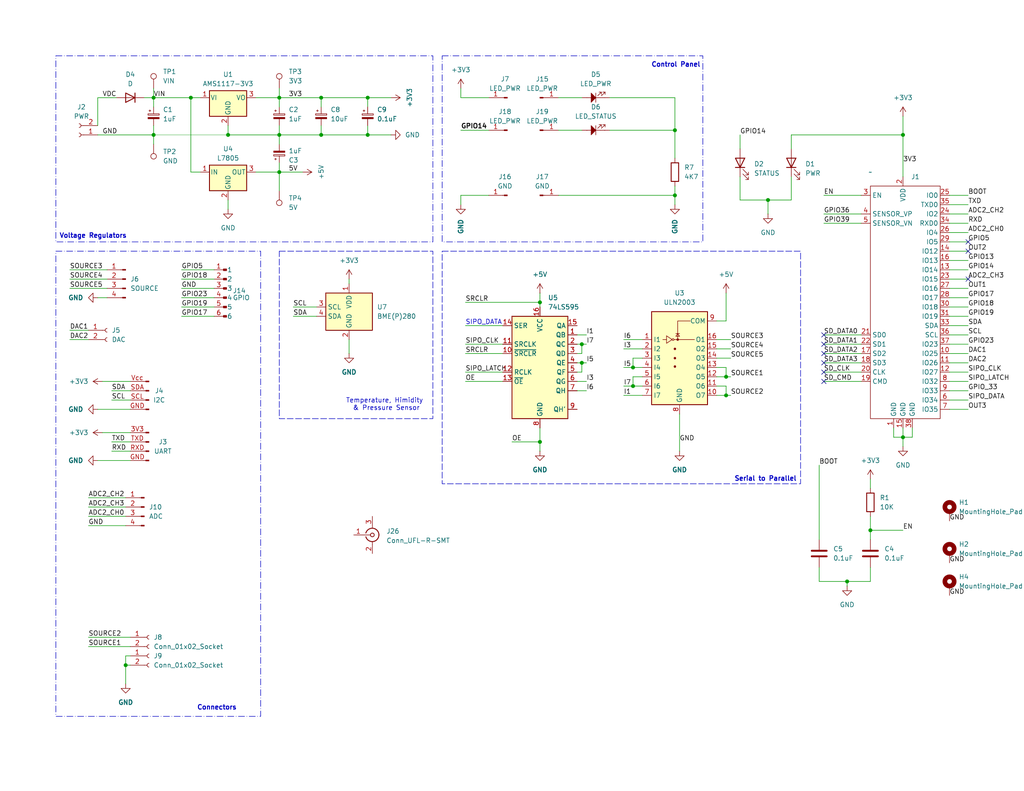
<source format=kicad_sch>
(kicad_sch (version 20231120) (generator "eeschema") (generator_version "8.0")
  (paper "USLetter")
  (title_block (title "ESP32 Node") (date "2024-07-03") (rev "v2.0"))
  (junction (at 595.63 139.7))
  (junction (at 147.32 120.65))
  (junction (at 87.63 26.67))
  (junction (at 62.23 36.83))
  (junction (at 198.12 102.87))
  (junction (at 76.2 36.83))
  (junction (at 184.15 35.56))
  (junction (at 358.14 30.48))
  (junction (at 198.12 107.95))
  (junction (at 172.72 105.41))
  (junction (at 100.33 36.83))
  (junction (at 595.63 116.84))
  (junction (at 595.63 132.08))
  (junction (at 595.63 124.46))
  (junction (at 246.38 36.83))
  (junction (at 41.91 36.83))
  (junction (at 52.07 26.67))
  (junction (at 478.79 156.21))
  (junction (at 76.2 46.99))
  (junction (at 388.62 22.86))
  (junction (at 158.75 93.98))
  (junction (at 377.19 151.13))
  (junction (at 246.38 119.38))
  (junction (at 158.75 99.06))
  (junction (at 347.98 54.61))
  (junction (at 401.32 163.83))
  (junction (at 237.49 144.78))
  (junction (at 495.3 168.91))
  (junction (at 100.33 26.67))
  (junction (at 76.2 26.67))
  (junction (at 595.63 128.27))
  (junction (at 41.91 26.67))
  (junction (at 87.63 36.83))
  (junction (at 147.32 82.55))
  (junction (at 184.15 53.34))
  (junction (at 449.58 99.06))
  (junction (at 495.3 156.21))
  (junction (at 231.14 158.75))
  (junction (at 358.14 22.86))
  (junction (at 209.55 54.61))
  (junction (at 595.63 135.89))
  (junction (at 374.65 30.48))
  (junction (at 595.63 120.65))
  (junction (at 172.72 100.33))
  (junction (at 34.29 181.61))
  (no_connect (at 224.79 96.52))
  (no_connect (at 224.79 104.14))
  (no_connect (at 361.95 113.03))
  (no_connect (at 224.79 99.06))
  (no_connect (at 264.16 66.04))
  (no_connect (at 264.16 76.2))
  (no_connect (at 264.16 68.58))
  (no_connect (at 224.79 93.98))
  (no_connect (at 224.79 101.6))
  (no_connect (at 224.79 91.44))
  (wire (pts (xy 478.79 168.91) (xy 476.25 168.91)))
  (wire (pts (xy 158.75 99.06) (xy 158.75 101.6)))
  (wire (pts (xy 259.08 58.42) (xy 264.16 58.42)))
  (wire (pts (xy 62.23 54.61) (xy 62.23 57.15)))
  (wire (pts (xy 52.07 26.67) (xy 54.61 26.67)))
  (wire (pts (xy 588.01 135.89) (xy 595.63 135.89)))
  (wire (pts (xy 558.8 53.34) (xy 568.96 53.34)))
  (wire (pts (xy 157.48 99.06) (xy 158.75 99.06)))
  (wire (pts (xy 224.79 101.6) (xy 234.95 101.6)))
  (wire (pts (xy 34.29 179.07) (xy 34.29 181.61)))
  (wire (pts (xy 30.48 109.22) (xy 35.56 109.22)))
  (wire (pts (xy 195.58 107.95) (xy 198.12 107.95)))
  (wire (pts (xy 41.91 36.83) (xy 62.23 36.83)) (stroke (width 0.0254)))
  (wire (pts (xy 558.8 55.88) (xy 568.96 55.88)))
  (wire (pts (xy 358.14 171.45) (xy 361.95 171.45)))
  (wire (pts (xy 147.32 116.84) (xy 147.32 120.65)))
  (wire (pts (xy 127 93.98) (xy 137.16 93.98)))
  (wire (pts (xy 572.77 120.65) (xy 580.39 120.65)))
  (wire (pts (xy 184.15 26.67) (xy 184.15 35.56)))
  (wire (pts (xy 615.95 24.13) (xy 622.3 24.13)))
  (wire (pts (xy 588.01 124.46) (xy 595.63 124.46)))
  (wire (pts (xy 184.15 50.8) (xy 184.15 53.34)))
  (wire (pts (xy 24.13 173.99) (xy 35.56 173.99)))
  (wire (pts (xy 223.52 158.75) (xy 231.14 158.75)))
  (wire (pts (xy 595.63 139.7) (xy 595.63 143.51)))
  (wire (pts (xy 41.91 26.67) (xy 52.07 26.67)))
  (wire (pts (xy 341.63 52.07) (xy 354.33 52.07)))
  (wire (pts (xy 259.08 63.5) (xy 264.16 63.5)))
  (wire (pts (xy 209.55 54.61) (xy 215.9 54.61)))
  (wire (pts (xy 588.01 120.65) (xy 595.63 120.65)))
  (wire (pts (xy 495.3 158.75) (xy 495.3 156.21)))
  (wire (pts (xy 377.19 151.13) (xy 382.27 151.13)))
  (wire (pts (xy 224.79 99.06) (xy 234.95 99.06)))
  (wire (pts (xy 54.61 46.99) (xy 52.07 46.99)))
  (wire (pts (xy 30.48 120.65) (xy 35.56 120.65)))
  (wire (pts (xy 508 91.44) (xy 515.62 91.44)))
  (wire (pts (xy 495.3 156.21) (xy 504.19 156.21)))
  (wire (pts (xy 623.57 62.23) (xy 635 62.23)))
  (wire (pts (xy 24.13 140.97) (xy 34.29 140.97)))
  (wire (pts (xy 401.32 142.24) (xy 401.32 146.05)))
  (wire (pts (xy 127 96.52) (xy 137.16 96.52)))
  (wire (pts (xy 246.38 31.75) (xy 246.38 36.83)))
  (wire (pts (xy 259.08 78.74) (xy 264.16 78.74)))
  (wire (pts (xy 172.72 100.33) (xy 175.26 100.33)))
  (wire (pts (xy 172.72 105.41) (xy 175.26 105.41)))
  (wire (pts (xy 259.08 81.28) (xy 264.16 81.28)))
  (wire (pts (xy 615.95 26.67) (xy 622.3 26.67)))
  (wire (pts (xy 615.95 19.05) (xy 622.3 19.05)))
  (wire (pts (xy 623.57 57.15) (xy 635 57.15)))
  (wire (pts (xy 353.06 22.86) (xy 358.14 22.86)))
  (wire (pts (xy 27.94 104.14) (xy 35.56 104.14)))
  (wire (pts (xy 198.12 107.95) (xy 199.39 107.95)))
  (wire (pts (xy 572.77 128.27) (xy 580.39 128.27)))
  (wire (pts (xy 170.18 92.71) (xy 175.26 92.71)))
  (wire (pts (xy 389.89 151.13) (xy 393.7 151.13)))
  (wire (pts (xy 452.12 95.25) (xy 452.12 99.06)))
  (wire (pts (xy 62.23 34.29) (xy 62.23 36.83)))
  (wire (pts (xy 100.33 36.83) (xy 106.68 36.83)))
  (wire (pts (xy 195.58 92.71) (xy 199.39 92.71)))
  (wire (pts (xy 29.21 78.74) (xy 19.05 78.74)))
  (wire (pts (xy 551.22 22.73) (xy 558.84 22.73)))
  (wire (pts (xy 243.84 119.38) (xy 246.38 119.38)))
  (wire (pts (xy 158.75 93.98) (xy 160.02 93.98)))
  (wire (pts (xy 125.73 26.67) (xy 125.73 24.13)))
  (wire (pts (xy 76.2 34.29) (xy 76.2 36.83)))
  (wire (pts (xy 29.21 73.66) (xy 19.05 73.66)))
  (wire (pts (xy 259.08 53.34) (xy 264.16 53.34)))
  (wire (pts (xy 87.63 26.67) (xy 87.63 29.21)))
  (wire (pts (xy 374.65 30.48) (xy 374.65 34.29)))
  (wire (pts (xy 49.53 81.28) (xy 58.42 81.28)))
  (wire (pts (xy 595.63 120.65) (xy 595.63 124.46)))
  (wire (pts (xy 198.12 87.63) (xy 195.58 87.63)))
  (wire (pts (xy 461.01 67.31) (xy 466.09 67.31)))
  (wire (pts (xy 201.93 36.83) (xy 201.93 40.64)))
  (wire (pts (xy 340.36 22.86) (xy 345.44 22.86)))
  (wire (pts (xy 49.53 83.82) (xy 58.42 83.82)))
  (wire (pts (xy 195.58 105.41) (xy 198.12 105.41)))
  (wire (pts (xy 26.67 81.28) (xy 29.21 81.28)))
  (wire (pts (xy 147.32 82.55) (xy 147.32 83.82)))
  (wire (pts (xy 595.63 128.27) (xy 595.63 132.08)))
  (wire (pts (xy 458.47 168.91) (xy 461.01 168.91)))
  (wire (pts (xy 595.63 116.84) (xy 595.63 120.65)))
  (wire (pts (xy 504.19 163.83) (xy 504.19 168.91)))
  (wire (pts (xy 631.19 8.89) (xy 631.19 12.7)))
  (wire (pts (xy 125.73 53.34) (xy 125.73 55.88)))
  (wire (pts (xy 234.95 53.34) (xy 224.79 53.34)))
  (wire (pts (xy 358.14 173.99) (xy 361.95 173.99)))
  (wire (pts (xy 166.37 35.56) (xy 184.15 35.56)))
  (wire (pts (xy 133.35 26.67) (xy 125.73 26.67)))
  (wire (pts (xy 147.32 80.01) (xy 147.32 82.55)))
  (wire (pts (xy 26.67 26.67) (xy 31.75 26.67)))
  (wire (pts (xy 243.84 116.84) (xy 243.84 119.38)))
  (wire (pts (xy 434.34 55.88) (xy 438.15 55.88)))
  (wire (pts (xy 588.01 132.08) (xy 595.63 132.08)))
  (wire (pts (xy 41.91 39.37) (xy 41.91 36.83)))
  (wire (pts (xy 19.05 90.17) (xy 24.13 90.17)))
  (wire (pts (xy 224.79 60.96) (xy 234.95 60.96)))
  (wire (pts (xy 504.19 161.29) (xy 506.73 161.29)))
  (wire (pts (xy 49.53 76.2) (xy 58.42 76.2)))
  (wire (pts (xy 34.29 181.61) (xy 35.56 181.61)))
  (wire (pts (xy 27.94 118.11) (xy 35.56 118.11)))
  (wire (pts (xy 41.91 26.67) (xy 41.91 29.21)))
  (wire (pts (xy 237.49 140.97) (xy 237.49 144.78)))
  (wire (pts (xy 237.49 144.78) (xy 246.38 144.78)))
  (wire (pts (xy 198.12 100.33) (xy 198.12 102.87)))
  (wire (pts (xy 259.08 106.68) (xy 264.16 106.68)))
  (wire (pts (xy 41.91 34.29) (xy 41.91 36.83)))
  (wire (pts (xy 209.55 58.42) (xy 209.55 54.61)))
  (wire (pts (xy 152.4 35.56) (xy 158.75 35.56)))
  (wire (pts (xy 224.79 93.98) (xy 234.95 93.98)))
  (wire (pts (xy 198.12 80.01) (xy 198.12 87.63)))
  (wire (pts (xy 24.13 176.53) (xy 35.56 176.53)))
  (wire (pts (xy 486.41 173.99) (xy 487.68 173.99)))
  (wire (pts (xy 224.79 91.44) (xy 234.95 91.44)))
  (wire (pts (xy 157.48 96.52) (xy 158.75 96.52)))
  (wire (pts (xy 361.95 118.11) (xy 373.38 118.11)))
  (wire (pts (xy 157.48 104.14) (xy 160.02 104.14)))
  (wire (pts (xy 215.9 48.26) (xy 215.9 54.61)))
  (wire (pts (xy 52.07 26.67) (xy 52.07 46.99)))
  (wire (pts (xy 259.08 101.6) (xy 264.16 101.6)))
  (wire (pts (xy 342.9 113.03) (xy 346.71 113.03)))
  (wire (pts (xy 35.56 179.07) (xy 34.29 179.07)))
  (wire (pts (xy 76.2 46.99) (xy 82.55 46.99)))
  (wire (pts (xy 41.91 24.13) (xy 41.91 26.67)))
  (wire (pts (xy 76.2 36.83) (xy 87.63 36.83)))
  (wire (pts (xy 588.01 128.27) (xy 595.63 128.27)))
  (wire (pts (xy 259.08 104.14) (xy 264.16 104.14)))
  (wire (pts (xy 152.4 26.67) (xy 158.75 26.67)))
  (wire (pts (xy 567.73 10.03) (xy 567.73 13.84)))
  (wire (pts (xy 195.58 97.79) (xy 199.39 97.79)))
  (wire (pts (xy 401.32 156.21) (xy 401.32 163.83)))
  (wire (pts (xy 631.19 33.02) (xy 631.19 35.56)))
  (wire (pts (xy 259.08 93.98) (xy 264.16 93.98)))
  (wire (pts (xy 461.01 69.85) (xy 466.09 69.85)))
  (wire (pts (xy 388.62 22.86) (xy 398.78 22.86)) (stroke (width 0) (color 255 0 0 1)))
  (wire (pts (xy 237.49 154.94) (xy 237.49 158.75)))
  (wire (pts (xy 215.9 36.83) (xy 215.9 40.64)))
  (wire (pts (xy 127 88.9) (xy 137.16 88.9)))
  (wire (pts (xy 504.19 156.21) (xy 504.19 161.29)))
  (wire (pts (xy 623.57 66.04) (xy 623.57 62.23)))
  (wire (pts (xy 80.01 86.36) (xy 86.36 86.36)))
  (wire (pts (xy 195.58 100.33) (xy 198.12 100.33)))
  (wire (pts (xy 35.56 111.76) (xy 26.67 111.76)))
  (wire (pts (xy 195.58 95.25) (xy 199.39 95.25)))
  (wire (pts (xy 495.3 156.21) (xy 478.79 156.21)))
  (wire (pts (xy 30.48 123.19) (xy 35.56 123.19)))
  (wire (pts (xy 476.25 173.99) (xy 478.79 173.99)))
  (wire (pts (xy 125.73 35.56) (xy 133.35 35.56)))
  (wire (pts (xy 87.63 26.67) (xy 100.33 26.67)))
  (wire (pts (xy 595.63 113.03) (xy 595.63 116.84)))
  (wire (pts (xy 201.93 54.61) (xy 209.55 54.61)))
  (wire (pts (xy 76.2 36.83) (xy 76.2 39.37)))
  (wire (pts (xy 259.08 55.88) (xy 264.16 55.88)))
  (wire (pts (xy 452.12 99.06) (xy 449.58 99.06)))
  (wire (pts (xy 259.08 99.06) (xy 264.16 99.06)))
  (wire (pts (xy 461.01 62.23) (xy 466.09 62.23)))
  (wire (pts (xy 237.49 144.78) (xy 237.49 147.32)))
  (wire (pts (xy 201.93 48.26) (xy 201.93 54.61)))
  (wire (pts (xy 147.32 120.65) (xy 147.32 123.19)))
  (wire (pts (xy 449.58 95.25) (xy 449.58 99.06)))
  (wire (pts (xy 448.31 27.94) (xy 448.31 31.75)))
  (wire (pts (xy 434.34 58.42) (xy 438.15 58.42)))
  (wire (pts (xy 551.22 20.19) (xy 558.84 20.19)))
  (wire (pts (xy 100.33 26.67) (xy 100.33 29.21)))
  (wire (pts (xy 623.57 59.69) (xy 635 59.69)))
  (wire (pts (xy 358.14 166.37) (xy 361.95 166.37)))
  (wire (pts (xy 358.14 24.13) (xy 358.14 22.86)))
  (wire (pts (xy 623.57 54.61) (xy 635 54.61)))
  (wire (pts (xy 388.62 30.48) (xy 374.65 30.48)))
  (wire (pts (xy 588.01 139.7) (xy 595.63 139.7)))
  (wire (pts (xy 62.23 36.83) (xy 76.2 36.83)))
  (wire (pts (xy 401.32 163.83) (xy 401.32 172.72)))
  (wire (pts (xy 358.14 168.91) (xy 361.95 168.91)))
  (wire (pts (xy 361.95 115.57) (xy 373.38 115.57)))
  (wire (pts (xy 259.08 86.36) (xy 264.16 86.36)))
  (wire (pts (xy 224.79 104.14) (xy 234.95 104.14)))
  (wire (pts (xy 561.34 48.26) (xy 568.96 48.26)))
  (wire (pts (xy 449.58 99.06) (xy 449.58 101.6)))
  (wire (pts (xy 76.2 29.21) (xy 76.2 26.67)))
  (wire (pts (xy 80.01 83.82) (xy 86.36 83.82)))
  (wire (pts (xy 259.08 60.96) (xy 264.16 60.96)))
  (wire (pts (xy 76.2 46.99) (xy 76.2 52.07)))
  (wire (pts (xy 342.9 30.48) (xy 358.14 30.48)))
  (wire (pts (xy 170.18 105.41) (xy 172.72 105.41)))
  (wire (pts (xy 572.77 135.89) (xy 580.39 135.89)))
  (wire (pts (xy 259.08 71.12) (xy 264.16 71.12)))
  (wire (pts (xy 259.08 88.9) (xy 264.16 88.9)))
  (wire (pts (xy 340.36 25.4) (xy 342.9 25.4)))
  (wire (pts (xy 341.63 49.53) (xy 347.98 49.53)))
  (wire (pts (xy 347.98 49.53) (xy 347.98 54.61)))
  (wire (pts (xy 26.67 36.83) (xy 41.91 36.83)))
  (wire (pts (xy 401.32 163.83) (xy 393.7 163.83)))
  (wire (pts (xy 24.13 138.43) (xy 34.29 138.43)))
  (wire (pts (xy 125.73 53.34) (xy 133.35 53.34)))
  (wire (pts (xy 558.8 58.42) (xy 558.8 55.88)))
  (wire (pts (xy 170.18 107.95) (xy 175.26 107.95)))
  (wire (pts (xy 377.19 142.24) (xy 377.19 151.13)))
  (wire (pts (xy 382.27 22.86) (xy 388.62 22.86)) (stroke (width 0) (color 255 0 0 1)))
  (wire (pts (xy 572.77 116.84) (xy 580.39 116.84)))
  (wire (pts (xy 224.79 58.42) (xy 234.95 58.42)))
  (wire (pts (xy 495.3 179.07) (xy 495.3 182.88)))
  (wire (pts (xy 157.48 91.44) (xy 160.02 91.44)))
  (wire (pts (xy 35.56 125.73) (xy 26.67 125.73)))
  (wire (pts (xy 572.77 124.46) (xy 580.39 124.46)))
  (wire (pts (xy 259.08 76.2) (xy 264.16 76.2)))
  (wire (pts (xy 504.19 88.9) (xy 515.62 88.9)))
  (wire (pts (xy 100.33 34.29) (xy 100.33 36.83)))
  (wire (pts (xy 506.73 163.83) (xy 504.19 163.83)))
  (wire (pts (xy 327.66 113.03) (xy 335.28 113.03)))
  (wire (pts (xy 95.25 76.2) (xy 95.25 77.47)))
  (wire (pts (xy 49.53 86.36) (xy 58.42 86.36)))
  (wire (pts (xy 246.38 119.38) (xy 246.38 121.92)))
  (wire (pts (xy 259.08 68.58) (xy 264.16 68.58)))
  (wire (pts (xy 259.08 96.52) (xy 264.16 96.52)))
  (wire (pts (xy 595.63 135.89) (xy 595.63 139.7)))
  (wire (pts (xy 259.08 111.76) (xy 264.16 111.76)))
  (wire (pts (xy 478.79 156.21) (xy 478.79 168.91)))
  (wire (pts (xy 76.2 44.45) (xy 76.2 46.99)))
  (wire (pts (xy 170.18 95.25) (xy 175.26 95.25)))
  (wire (pts (xy 127 101.6) (xy 137.16 101.6)))
  (wire (pts (xy 246.38 36.83) (xy 246.38 48.26)))
  (wire (pts (xy 223.52 127) (xy 223.52 147.32)))
  (wire (pts (xy 572.77 139.7) (xy 580.39 139.7)))
  (wire (pts (xy 626.11 49.53) (xy 635 49.53)))
  (wire (pts (xy 384.81 163.83) (xy 386.08 163.83)))
  (wire (pts (xy 461.01 72.39) (xy 466.09 72.39)))
  (wire (pts (xy 344.17 123.19) (xy 344.17 118.11)))
  (wire (pts (xy 184.15 53.34) (xy 184.15 55.88)))
  (wire (pts (xy 198.12 105.41) (xy 198.12 107.95)))
  (wire (pts (xy 455.93 173.99) (xy 461.01 173.99)))
  (wire (pts (xy 69.85 46.99) (xy 76.2 46.99)))
  (wire (pts (xy 69.85 26.67) (xy 76.2 26.67)))
  (wire (pts (xy 388.62 29.21) (xy 388.62 30.48)))
  (wire (pts (xy 342.9 25.4) (xy 342.9 30.48)))
  (wire (pts (xy 347.98 54.61) (xy 347.98 60.96)))
  (wire (pts (xy 19.05 92.71) (xy 24.13 92.71)))
  (wire (pts (xy 34.29 181.61) (xy 34.29 186.69)))
  (wire (pts (xy 127 82.55) (xy 147.32 82.55)))
  (wire (pts (xy 248.92 119.38) (xy 246.38 119.38)))
  (wire (pts (xy 377.19 168.91) (xy 377.19 172.72)))
  (wire (pts (xy 341.63 54.61) (xy 347.98 54.61)))
  (wire (pts (xy 198.12 102.87) (xy 199.39 102.87)))
  (wire (pts (xy 440.69 168.91) (xy 450.85 168.91)))
  (wire (pts (xy 259.08 66.04) (xy 264.16 66.04)))
  (wire (pts (xy 157.48 93.98) (xy 158.75 93.98)))
  (wire (pts (xy 259.08 109.22) (xy 264.16 109.22)))
  (wire (pts (xy 358.14 163.83) (xy 361.95 163.83)))
  (wire (pts (xy 388.62 24.13) (xy 388.62 22.86)) (stroke (width 0) (color 255 0 0 1)))
  (wire (pts (xy 623.57 52.07) (xy 635 52.07)))
  (wire (pts (xy 248.92 116.84) (xy 248.92 119.38)))
  (wire (pts (xy 588.01 113.03) (xy 595.63 113.03)))
  (wire (pts (xy 588.01 116.84) (xy 595.63 116.84)))
  (wire (pts (xy 34.29 135.89) (xy 24.13 135.89)))
  (wire (pts (xy 447.04 99.06) (xy 449.58 99.06)))
  (wire (pts (xy 558.8 50.8) (xy 568.96 50.8)))
  (wire (pts (xy 447.04 95.25) (xy 447.04 99.06)))
  (wire (pts (xy 184.15 35.56) (xy 184.15 43.18)))
  (wire (pts (xy 139.7 120.65) (xy 147.32 120.65)))
  (wire (pts (xy 259.08 83.82) (xy 264.16 83.82)))
  (wire (pts (xy 76.2 24.13) (xy 76.2 26.67)))
  (wire (pts (xy 175.26 102.87) (xy 172.72 102.87)))
  (wire (pts (xy 259.08 73.66) (xy 264.16 73.66)))
  (wire (pts (xy 175.26 97.79) (xy 172.72 97.79)))
  (wire (pts (xy 358.14 22.86) (xy 367.03 22.86)))
  (wire (pts (xy 461.01 44.45) (xy 466.09 44.45)))
  (wire (pts (xy 358.14 30.48) (xy 374.65 30.48)))
  (wire (pts (xy 237.49 130.81) (xy 237.49 133.35)))
  (wire (pts (xy 495.3 166.37) (xy 495.3 168.91)))
  (wire (pts (xy 170.18 100.33) (xy 172.72 100.33)))
  (wire (pts (xy 87.63 34.29) (xy 87.63 36.83)))
  (wire (pts (xy 358.14 29.21) (xy 358.14 30.48)))
  (wire (pts (xy 49.53 73.66) (xy 58.42 73.66)))
  (wire (pts (xy 30.48 106.68) (xy 35.56 106.68)))
  (wire (pts (xy 259.08 91.44) (xy 264.16 91.44)))
  (wire (pts (xy 26.67 26.67) (xy 26.67 34.29)))
  (wire (pts (xy 615.95 21.59) (xy 622.3 21.59)))
  (wire (pts (xy 358.14 161.29) (xy 361.95 161.29)))
  (wire (pts (xy 152.4 53.34) (xy 184.15 53.34)))
  (wire (pts (xy 231.14 158.75) (xy 231.14 160.02)))
  (wire (pts (xy 24.13 143.51) (xy 34.29 143.51)))
  (wire (pts (xy 408.94 25.4) (xy 415.29 25.4)) (stroke (width 0) (color 255 0 0 1)))
  (wire (pts (xy 224.79 96.52) (xy 234.95 96.52)))
  (wire (pts (xy 377.19 151.13) (xy 377.19 158.75)))
  (wire (pts (xy 572.77 132.08) (xy 580.39 132.08)))
  (wire (pts (xy 172.72 97.79) (xy 172.72 100.33)))
  (wire (pts (xy 157.48 101.6) (xy 158.75 101.6)))
  (wire (pts (xy 157.48 106.68) (xy 160.02 106.68)))
  (wire (pts (xy 95.25 92.71) (xy 95.25 96.52)))
  (wire (pts (xy 567.73 29.08) (xy 567.73 34.16)))
  (wire (pts (xy 595.63 124.46) (xy 595.63 128.27)))
  (wire (pts (xy 223.52 154.94) (xy 223.52 158.75)))
  (wire (pts (xy 478.79 153.67) (xy 478.79 156.21)))
  (wire (pts (xy 195.58 102.87) (xy 198.12 102.87)))
  (wire (pts (xy 185.42 113.03) (xy 185.42 123.19)))
  (wire (pts (xy 76.2 26.67) (xy 87.63 26.67)))
  (wire (pts (xy 450.85 27.94) (xy 450.85 31.75)))
  (wire (pts (xy 49.53 78.74) (xy 58.42 78.74)))
  (wire (pts (xy 29.21 76.2) (xy 19.05 76.2)))
  (wire (pts (xy 344.17 118.11) (xy 346.71 118.11)))
  (wire (pts (xy 231.14 158.75) (xy 237.49 158.75)))
  (wire (pts (xy 215.9 36.83) (xy 246.38 36.83)))
  (wire (pts (xy 504.19 168.91) (xy 495.3 168.91)))
  (wire (pts (xy 158.75 99.06) (xy 160.02 99.06)))
  (wire (pts (xy 455.93 182.88) (xy 455.93 173.99)))
  (wire (pts (xy 172.72 102.87) (xy 172.72 105.41)))
  (wire (pts (xy 246.38 116.84) (xy 246.38 119.38)))
  (wire (pts (xy 595.63 132.08) (xy 595.63 135.89)))
  (wire (pts (xy 158.75 96.52) (xy 158.75 93.98)))
  (wire (pts (xy 580.39 113.03) (xy 572.77 113.03)))
  (wire (pts (xy 166.37 26.67) (xy 184.15 26.67)))
  (wire (pts (xy 87.63 36.83) (xy 100.33 36.83)))
  (wire (pts (xy 461.01 64.77) (xy 466.09 64.77)))
  (wire (pts (xy 100.33 26.67) (xy 106.68 26.67)))
  (wire (pts (xy 39.37 26.67) (xy 41.91 26.67)))
  (wire (pts (xy 127 104.14) (xy 137.16 104.14)))
  (rectangle (start 328.93 137.16) (end 412.75 186.69) (stroke (width 0) (type dash_dot)))
  (rectangle (start 120.65 68.58) (end 218.44 132.08) (stroke (width 0) (type dash)))
  (rectangle (start 15.24 68.58) (end 71.12 195.58) (stroke (width 0) (type dash_dot)))
  (rectangle (start 76.2 68.58) (end 118.11 114.3) (stroke (width 0) (type dash)))
  (rectangle (start 120.65 15.24) (end 191.77 66.04) (stroke (width 0) (type dash_dot)))
  (rectangle (start 15.24 15.24) (end 118.11 66.04) (stroke (width 0) (type dash_dot)))
  (text "Voltage Regulators" (at 25.4 63.754 0) (effects (font (size 1.27 1.27) (thickness 0.254) (bold yes)) (justify top)))
  (text "UART Programmer" (at 401.828 184.912 0) (effects (font (size 1.27 1.27))))
  (text "Control Panel " (at 184.912 17.78 0) (effects (font (size 1.27 1.27) (thickness 0.254) (bold yes))))
  (text "Connectors\n" (at 59.182 193.294 0) (effects (font (size 1.27 1.27) (thickness 0.254) (bold yes))))
  (text "Serial to Parallel" (at 217.424 131.572 0) (effects (font (size 1.27 1.27) (bold yes)) (justify right bottom)))
  (text "Temperature, Himidity \n& Pressure Sensor" (at 105.41 110.49 0) (effects (font (size 1.27 1.27))))
  (label "SIPO_DATA" (at 264.16 109.22 0))
  (label "VIN" (at 358.14 22.86 0))
  (label "SOURCE5" (at 199.39 97.79 0))
  (label "GND" (at 259.08 142.24 0))
  (label "SPI-SDA" (at 623.57 52.07 0))
  (label "12V" (at 508 91.44 0))
  (label "SOURCE3" (at 19.05 73.66 0))
  (label "SOURCE4" (at 19.05 76.2 0))
  (label "SD_DATA1" (at 224.79 93.98 0))
  (label "SOURCE1" (at 24.13 176.53 0))
  (label "I7" (at 160.02 93.98 0))
  (label "TXD" (at 361.95 166.37 0))
  (label "GPIO5" (at 264.16 66.04 0))
  (label "SOURCE5" (at 19.05 78.74 0))
  (label "RTS" (at 401.32 172.72 0))
  (label "ADC2_CH2" (at 264.16 58.42 0))
  (label "OUT1" (at 264.16 78.74 0))
  (label "SPI-SDO" (at 623.57 59.69 0))
  (label "GND" (at 508 88.9 0))
  (label "SPI-SCL" (at 466.09 62.23 0))
  (label "GPIO_33" (at 264.16 106.68 0))
  (label "I3" (at 160.02 104.14 0))
  (label "OUT2" (at 264.16 68.58 0))
  (label "3V3" (at 361.95 161.29 0))
  (label "SD_DATA0" (at 224.79 91.44 0))
  (label "QB-2" (at 572.77 116.84 180))
  (label "EN" (at 401.32 142.24 0))
  (label "D5" (at 615.95 24.13 0))
  (label "5V" (at 412.75 25.4 0))
  (label "GPIO23" (at 264.16 93.98 0))
  (label "VDC" (at 27.94 26.67 0))
  (label "GPIO13" (at 264.16 71.12 0))
  (label "SCL" (at 80.01 83.82 0))
  (label "QD-2" (at 572.77 124.46 180))
  (label "SIPO_CLK" (at 127 93.98 0))
  (label "QF-2" (at 572.77 132.08 180))
  (label "SD_CLK" (at 224.79 101.6 0))
  (label "SPI-CSB" (at 623.57 57.15 0))
  (label "DAC2" (at 19.05 92.71 0))
  (label "OE" (at 139.7 120.65 0))
  (label "TXD" (at 264.16 55.88 0))
  (label "I1" (at 170.18 107.95 0))
  (label "BOOT" (at 223.52 127 0))
  (label "ADC2_CH2" (at 24.13 135.89 0))
  (label "SDA" (at 264.16 88.9 0))
  (label "D19" (at 615.95 26.67 0))
  (label "SD_CMD" (at 224.79 104.14 0))
  (label "ADC2_CH0" (at 24.13 140.97 0))
  (label "SD_DATA3" (at 224.79 99.06 0))
  (label "SIPO_LATCH" (at 127 101.6 0))
  (label "QA-2" (at 572.77 113.03 180))
  (label "I5" (at 160.02 99.06 0))
  (label "GPIO17" (at 264.16 81.28 0))
  (label "GPIO23" (at 49.53 81.28 0))
  (label "3V3" (at 450.85 27.94 0))
  (label "GPIO5" (at 49.53 73.66 0))
  (label "DTR" (at 377.19 142.24 0))
  (label "GPIO13" (at 440.69 168.91 0))
  (label "SD_DATA2" (at 224.79 96.52 0))
  (label "SDA-2" (at 551.22 22.73 0))
  (label "SPI-SCL" (at 623.57 54.61 0))
  (label "GND" (at 24.13 143.51 0))
  (label "EN" (at 246.38 144.78 0))
  (label "D18" (at 615.95 19.05 0))
  (label "RTS" (at 361.95 171.45 0))
  (label "D23" (at 615.95 21.59 0))
  (label "5V" (at 342.9 52.07 0))
  (label "SCL" (at 264.16 91.44 0))
  (label "SIPO_LATCH" (at 264.16 104.14 0))
  (label "GPIO18" (at 264.16 83.82 0))
  (label "GPIO14" (at 201.93 36.83 0))
  (label "GPIO14" (at 264.16 73.66 0))
  (label "V1-" (at 363.22 118.11 0))
  (label "BOOT" (at 377.19 172.72 0))
  (label "RX" (at 434.34 55.88 0))
  (label "RXD" (at 30.48 123.19 0))
  (label "GPIO27" (at 327.66 113.03 0))
  (label "SCL" (at 30.48 109.22 0))
  (label "GND" (at 361.95 163.83 0))
  (label "SIPO_CLK" (at 264.16 101.6 0))
  (label "GND" (at 49.53 78.74 0))
  (label "I6" (at 170.18 92.71 0))
  (label "3V3" (at 246.38 44.45 0))
  (label "QE-2" (at 572.77 128.27 180))
  (label "ADC2_CH3" (at 264.16 76.2 0))
  (label "SPI-SDO" (at 466.09 64.77 0))
  (label "OUT3" (at 264.16 111.76 0))
  (label "SCL-2" (at 558.8 53.34 0))
  (label "GPIO39" (at 224.79 60.96 0))
  (label "I5" (at 170.18 100.33 0))
  (label "SOURCE1" (at 199.39 102.87 0))
  (label "SPI-CSB" (at 466.09 44.45 0))
  (label "SPI-SDA" (at 466.09 72.39 0))
  (label "GND" (at 259.08 153.67 0))
  (label "GPIO17" (at 49.53 86.36 0))
  (label "GPIO18" (at 49.53 76.2 0))
  (label "SOURCE2" (at 199.39 107.95 0))
  (label "BOOT" (at 264.16 53.34 0))
  (label "RXD" (at 361.95 168.91 0))
  (label "SRCLR" (at 127 82.55 0))
  (label "SOURCE3" (at 199.39 92.71 0))
  (label "DTR" (at 361.95 173.99 0))
  (label "ADC2_CH0" (at 264.16 63.5 0))
  (label "5V" (at 78.74 46.99 0))
  (label "ADC2_CH3" (at 24.13 138.43 0))
  (label "SCL-2" (at 551.22 20.19 0))
  (label "GND" (at 259.08 162.56 0))
  (label "VIN" (at 41.91 26.67 0))
  (label "SDA-2" (at 558.8 50.8 0))
  (label "DAC2" (at 264.16 99.06 0))
  (label "SDA" (at 80.01 86.36 0))
  (label "TX" (at 434.34 58.42 0))
  (label "QH-2" (at 572.77 139.7 180))
  (label "DAC1" (at 264.16 96.52 0))
  (label "3V3" (at 78.74 26.67 0))
  (label "OE" (at 127 104.14 0))
  (label "SDA" (at 30.48 106.68 0))
  (label "SRCLR" (at 127 96.52 0))
  (label "GPIO19" (at 49.53 83.82 0))
  (label "GPIO36" (at 224.79 58.42 0))
  (label "GPIO19" (at 264.16 86.36 0))
  (label "SCL-2" (at 466.09 69.85 0))
  (label "I3" (at 170.18 95.25 0))
  (label "GND" (at 27.94 36.83 0))
  (label "I1" (at 160.02 91.44 0))
  (label "5V" (at 388.62 22.86 0))
  (label "V1+" (at 363.22 115.57 0))
  (label "DAC1" (at 19.05 90.17 0))
  (label "EN" (at 224.79 53.34 0))
  (label "VDC" (at 340.36 22.86 0))
  (label "I6" (at 160.02 106.68 0))
  (label "SIPO_DATA" (at 127 88.9 0))
  (label "QC-2" (at 572.77 120.65 180))
  (label "GND" (at 185.42 120.65 0))
  (label "GPIO14" (at 125.73 35.56 0) (effects (font (bold yes))))
  (label "SOURCE4" (at 199.39 95.25 0))
  (label "I7" (at 170.18 105.41 0))
  (label "GND" (at 347.98 30.48 0))
  (label "TXD" (at 30.48 120.65 0))
  (label "SDA-2" (at 466.09 67.31 0))
  (label "SOURCE2" (at 24.13 173.99 0))
  (label "RXD" (at 264.16 60.96 0))
  (label "QG-2" (at 572.77 135.89 180))
  (symbol (lib_id "Connector:Conn_01x02_Socket") (at 29.21 90.17 0) (unit 1)
    (property "Reference" "J5" (at 30.48 90.1699 0) (effects (justify left)))
    (property "Value" "DAC" (at 30.48 92.7099 0) (effects (justify left)))
    (property "Footprint" "Connector_PinSocket_2.54mm:PinSocket_1x02_P2.54mm_Vertical" (effects (hide yes)))
  )
  (symbol (lib_id "power:GND") (at 631.19 35.56 0) (unit 1)
    (property "Reference" "#PWR042" (effects (hide yes)))
    (property "Value" "GND" (at 631.19 40.64 0))
  )
  (symbol (lib_id "power:GND") (at 106.68 36.83 90) (unit 1)
    (property "Reference" "#PWR03" (effects (hide yes)))
    (property "Value" "GND" (at 110.49 36.8299 90) (effects (justify right)))
  )
  (symbol (lib_id "Device:R") (at 389.89 163.83 270) (unit 1) (on_board no)
    (property "Reference" "R3" (at 389.89 157.48 90))
    (property "Value" "10K" (at 389.89 160.02 90))
    (property "Footprint" "Resistor_SMD:R_1210_3225Metric_Pad1.30x2.65mm_HandSolder" (effects (hide yes)))
    (property "Description" "Resistor" (effects (hide yes)))
  )
  (symbol (lib_id "Connector:Conn_01x04_Pin") (at 39.37 138.43 0) (mirror y) (unit 1)
    (property "Reference" "J10" (at 40.64 138.4299 0) (effects (justify right)))
    (property "Value" "ADC" (at 40.64 140.9699 0) (effects (justify right)))
    (property "Footprint" "Connector_PinSocket_2.54mm:PinSocket_1x04_P2.54mm_Vertical" (effects (hide yes)))
  )
  (symbol (lib_name "+3V3_2") (lib_id "power:+3V3") (at 631.19 8.89 0) (unit 1)
    (property "Reference" "#PWR043" (effects (hide yes)))
    (property "Value" "+3V3" (at 631.19 5.08 0))
    (property "Description" "Power symbol creates a global label with name \"+3V3\"" (effects (hide yes)))
  )
  (symbol (lib_id "Device:LED") (at 584.2 135.89 180) (unit 1)
    (property "Reference" "D14" (at 585.7875 128.27 0))
    (property "Value" "PWR" (at 585.7875 130.81 0))
    (property "Footprint" "LED_SMD:LED_1210_3225Metric_Pad1.42x2.65mm_HandSolder" (effects (hide yes)))
    (property "Description" "Light emitting diode" (effects (hide yes)))
  )
  (symbol (lib_id "Device:C_Polarized_Small") (at 388.62 26.67 0) (mirror x) (unit 1)
    (property "Reference" "C7" (at 391.16 28.4861 0) (effects (justify left)))
    (property "Value" "1uF" (at 391.16 25.9461 0) (effects (justify left)))
    (property "Footprint" "Capacitor_THT:CP_Radial_D4.0mm_P2.00mm" (effects (hide yes)))
  )
  (symbol (lib_id "power:+3V3") (at 95.25 76.2 0) (unit 1)
    (property "Reference" "#PWR022" (effects (hide yes)))
    (property "Value" "+3V3" (at 95.25 71.12 0))
  )
  (symbol (lib_id "power:GND") (at 26.67 81.28 270) (unit 1)
    (property "Reference" "#PWR023" (effects (hide yes)))
    (property "Value" "GND" (at 22.86 81.28 90) (effects (font (bold yes)) (justify right)))
  )
  (symbol (lib_id "power:+3V3") (at 27.94 118.11 90) (unit 1)
    (property "Reference" "#PWR06" (effects (hide yes)))
    (property "Value" "+3V3" (at 24.13 118.1099 90) (effects (justify left)))
  )
  (symbol (lib_id "power:GND") (at 567.73 34.16 0) (unit 1)
    (property "Reference" "#PWR032" (effects (hide yes)))
    (property "Value" "GND" (at 567.73 39.24 0))
  )
  (symbol (lib_id "Device:LED") (at 584.2 124.46 180) (unit 1)
    (property "Reference" "D11" (at 585.7875 116.84 0))
    (property "Value" "PWR" (at 585.7875 119.38 0))
    (property "Footprint" "LED_SMD:LED_1210_3225Metric_Pad1.42x2.65mm_HandSolder" (effects (hide yes)))
    (property "Description" "Light emitting diode" (effects (hide yes)))
  )
  (symbol (lib_id "Alexander Symbol Library:BME(P)280") (at 96.52 87.63 0) (unit 1)
    (property "Reference" "U7" (at 102.87 83.8199 0) (effects (justify left)))
    (property "Value" "BME(P)280" (at 102.87 86.3599 0) (effects (justify left)))
    (property "Footprint" "Alexander Footprint Library:BME280_BMP280_I2C" (effects (hide yes)))
    (property "Description" "Absolute Barometric Pressure Sensor" (effects (hide yes)))
  )
  (symbol (lib_id "Device:LED") (at 201.93 44.45 90) (unit 1)
    (property "Reference" "D2" (at 205.74 44.7674 90) (effects (justify right)))
    (property "Value" "STATUS" (at 205.74 47.3074 90) (effects (justify right)))
    (property "Footprint" "LED_SMD:LED_1210_3225Metric_Pad1.42x2.65mm_HandSolder" (effects (hide yes)))
    (property "Description" "Light emitting diode" (effects (hide yes)))
  )
  (symbol (lib_id "Connector:Conn_01x01_Pin") (at 147.32 35.56 0) (mirror x) (unit 1)
    (property "Reference" "J19" (at 147.955 30.48 0))
    (property "Value" "LED_PWR" (at 147.955 33.02 0))
    (property "Footprint" "Alexander Footprint Library:Pad_1x01_P2.54_SMD" (effects (hide yes)))
    (property "Description" "Generic connector, single row, 01x01, script generated" (effects (hide yes)))
  )
  (symbol (lib_id "power:+3V3") (at 27.94 104.14 90) (unit 1)
    (property "Reference" "#PWR08" (effects (hide yes)))
    (property "Value" "+3V3" (at 24.13 104.14 90) (effects (justify left)))
  )
  (symbol (lib_id "Regulator_Linear:L7805") (at 374.65 22.86 0) (unit 1)
    (property "Reference" "U9" (at 374.65 16.51 0))
    (property "Value" "L7805" (at 374.65 19.05 0))
    (property "Footprint" "Alexander Footprint Library:LD1117" (effects (hide yes)))
    (property "Datasheet" "datasheets/Voltage-Regulator_L7805.pdf" (effects (hide yes)))
    (property "Description" "Voltage Regulator 1.5A Positive" (effects (hide yes)))
  )
  (symbol (lib_id "Alexander Symbol Library:BME(P)280") (at 569 24 0) (unit 1)
    (property "Reference" "U8" (at 575.35 20.1899 0) (effects (justify left)))
    (property "Value" "BME(P)280" (at 575.35 22.7299 0) (effects (justify left)))
    (property "Footprint" "Alexander Footprint Library:BME280_BMP280_I2C" (effects (hide yes)))
    (property "Description" "Absolute Barometric Pressure Sensor" (effects (hide yes)))
  )
  (symbol (lib_id "power:+3V3") (at 561.34 48.26 90) (unit 1)
    (property "Reference" "#PWR038" (effects (hide yes)))
    (property "Value" "+3V3" (at 557.53 48.26 90) (effects (justify left)))
  )
  (symbol (lib_id "power:+5V") (at 198.12 80.01 0) (unit 1)
    (property "Reference" "#PWR012" (effects (hide yes)))
    (property "Value" "+5V" (at 198.12 74.93 0))
  )
  (symbol (lib_id "Device:C_Polarized_Small") (at 87.63 31.75 0) (unit 1)
    (property "Reference" "C8" (at 90.17 29.9338 0) (effects (justify left)))
    (property "Value" "10uF" (at 90.17 32.4738 0) (effects (justify left)))
    (property "Footprint" "Capacitor_SMD:CP_Elec_3x5.3" (effects (hide yes)))
  )
  (symbol (lib_id "Transistor_Array:ULN2003") (at 185.42 97.79 0) (unit 1) (on_board no)
    (property "Reference" "U3" (at 185.42 80.01 0))
    (property "Value" "ULN2003" (at 185.42 82.55 0))
    (property "Footprint" "Package_DIP:DIP-16_W7.62mm" (effects (hide yes)))
    (property "Datasheet" "http://www.ti.com/lit/ds/symlink/uln2003a.pdf" (effects (hide yes)))
  )
  (symbol (lib_id "PCM_SL_Devices:LED_5mm") (at 162.56 26.67 0) (unit 1)
    (property "Reference" "D5" (at 162.56 20.32 0))
    (property "Value" "LED_PWR" (at 162.56 22.86 0))
    (property "Footprint" "LED_THT:LED_D5.0mm" (effects (hide yes)))
    (property "Description" "Common 5mm diameter LED" (effects (hide yes)))
  )
  (symbol (lib_id "Device:LED") (at 584.2 139.7 180) (unit 1)
    (property "Reference" "D15" (at 585.7875 132.08 0))
    (property "Value" "PWR" (at 585.7875 134.62 0))
    (property "Footprint" "LED_SMD:LED_1210_3225Metric_Pad1.42x2.65mm_HandSolder" (effects (hide yes)))
    (property "Description" "Light emitting diode" (effects (hide yes)))
  )
  (symbol (lib_id "Device:D") (at 495.3 162.56 270) (unit 1) (on_board no)
    (property "Reference" "D3" (at 497.84 161.2899 90) (effects (justify left)))
    (property "Value" "1N4007" (at 497.84 163.8299 90) (effects (justify left)))
    (property "Description" "Diode" (effects (hide yes)))
    (property "Sim.Device" "D" (effects (hide yes)))
    (property "Sim.Pins" "1=K 2=A" (effects (hide yes)))
  )
  (symbol (lib_id "Device:R") (at 386.08 151.13 270) (unit 1) (on_board no)
    (property "Reference" "R4" (at 386.08 144.78 90))
    (property "Value" "10K" (at 386.08 147.32 90))
    (property "Footprint" "Resistor_SMD:R_1210_3225Metric_Pad1.30x2.65mm_HandSolder" (effects (hide yes)))
    (property "Description" "Resistor" (effects (hide yes)))
  )
  (symbol (lib_name "Conn_SPI_1") (lib_id "Alexander Symbol Library:Conn_SPI") (at 640.08 67.31 0) (mirror y) (unit 1)
    (property "Reference" "J24" (at 639.445 45.72 0))
    (property "Value" "~" (at 639.445 48.26 0))
    (property "Footprint" "Alexander Footprint Library:Conn_SPI" (effects (hide yes)))
  )
  (symbol (lib_name "Conn_UART_1") (lib_id "Alexander_Library_Symbols:Conn_UART") (at 40.64 118.11 0) (mirror y) (unit 1)
    (property "Reference" "J3" (at 44.45 120.65 0))
    (property "Value" "UART" (at 44.45 123.19 0))
    (property "Footprint" "Alexander Footprints Library:Conn_UART" (effects (hide yes)))
  )
  (symbol (lib_id "Device:C_Polarized_Small") (at 76.2 41.91 0) (mirror x) (unit 1)
    (property "Reference" "C3" (at 78.74 43.7261 0) (effects (justify left)))
    (property "Value" "1uF" (at 78.74 41.1861 0) (effects (justify left)))
    (property "Footprint" "Capacitor_THT:CP_Radial_D4.0mm_P2.00mm" (effects (hide yes)))
  )
  (symbol (lib_id "Device:C_Polarized_Small") (at 41.91 31.75 0) (unit 1)
    (property "Reference" "C1" (at 44.45 29.9339 0) (effects (justify left)))
    (property "Value" "1uF" (at 44.45 32.4739 0) (effects (justify left)))
    (property "Footprint" "Capacitor_THT:CP_Radial_D4.0mm_P2.00mm" (effects (hide yes)))
  )
  (symbol (lib_id "Device:R") (at 339.09 113.03 90) (unit 1) (on_board no)
    (property "Reference" "R2" (at 339.09 106.68 90))
    (property "Value" "1K" (at 339.09 109.22 90))
    (property "Footprint" "Resistor_SMD:R_1210_3225Metric_Pad1.30x2.65mm_HandSolder" (effects (hide yes)))
  )
  (symbol (lib_name "GND_6") (lib_id "power:GND") (at 455.93 182.88 0) (unit 1)
    (property "Reference" "#PWR020" (effects (hide yes)))
    (property "Value" "GND" (at 455.93 187.96 0))
    (property "Description" "Power symbol creates a global label with name \"GND\" , ground" (effects (hide yes)))
  )
  (symbol (lib_name "GND_5") (lib_id "power:GND") (at 495.3 182.88 0) (unit 1)
    (property "Reference" "#PWR019" (effects (hide yes)))
    (property "Value" "GND" (at 495.3 187.96 0))
    (property "Description" "Power symbol creates a global label with name \"GND\" , ground" (effects (hide yes)))
  )
  (symbol (lib_name "+5V_2") (lib_id "power:+5V") (at 448.31 27.94 0) (unit 1)
    (property "Reference" "#PWR030" (effects (hide yes)))
    (property "Value" "+5V" (at 448.31 22.86 0))
    (property "Description" "Power symbol creates a global label with name \"+5V\"" (effects (hide yes)))
  )
  (symbol (lib_id "power:GND") (at 26.67 111.76 270) (unit 1)
    (property "Reference" "#PWR09" (effects (hide yes)))
    (property "Value" "GND" (at 22.86 111.76 90) (effects (font (bold yes)) (justify right)))
  )
  (symbol (lib_name "GND_4") (lib_id "power:GND") (at 147.32 123.19 0) (unit 1)
    (property "Reference" "#PWR016" (effects (hide yes)))
    (property "Value" "GND" (at 147.32 128.27 0) (effects (font (bold yes))))
    (property "Description" "Power symbol creates a global label with name \"GND\" , ground" (effects (hide yes)))
  )
  (symbol (lib_name "+5V_2") (lib_id "power:+5V") (at 567.73 10.03 0) (unit 1)
    (property "Reference" "#PWR031" (effects (hide yes)))
    (property "Value" "+5V" (at 567.73 4.95 0))
    (property "Description" "Power symbol creates a global label with name \"+5V\"" (effects (hide yes)))
  )
  (symbol (lib_id "power:GND") (at 26.67 125.73 270) (unit 1)
    (property "Reference" "#PWR07" (effects (hide yes)))
    (property "Value" "GND" (at 22.86 125.73 90) (effects (font (bold yes)) (justify right)))
  )
  (symbol (lib_id "74xx:74LS595") (at 147.32 99.06 0) (unit 1) (on_board no)
    (property "Reference" "U5" (at 149.5141 81.28 0) (effects (justify left)))
    (property "Value" "74LS595" (at 149.5141 83.82 0) (effects (justify left)))
    (property "Footprint" "Package_DIP:DIP-16_W7.62mm" (effects (hide yes)))
    (property "Datasheet" "http://www.ti.com/lit/gpn/sn74ls595" (effects (hide yes)))
    (property "Description" "8-bit serial in/out Shift Register 3-State Outputs" (effects (hide yes)))
  )
  (symbol (lib_id "Connector:Conn_01x01_Pin") (at 147.32 26.67 0) (mirror x) (unit 1)
    (property "Reference" "J15" (at 147.955 21.59 0))
    (property "Value" "LED_PWR" (at 147.955 24.13 0))
    (property "Footprint" "Alexander Footprint Library:Pad_1x01_P2.54_SMD" (effects (hide yes)))
    (property "Description" "Generic connector, single row, 01x01, script generated" (effects (hide yes)))
  )
  (symbol (lib_id "Connector:Conn_01x02_Socket") (at 378.46 115.57 0) (unit 1) (on_board no)
    (property "Reference" "J12" (at 379.73 115.5699 0) (effects (justify left)))
    (property "Value" "Conn_01x02_Socket" (at 379.73 118.1099 0) (effects (justify left)))
    (property "Footprint" "Connector_PinSocket_2.54mm:PinSocket_1x02_P2.54mm_Vertical" (effects (hide yes)))
    (property "Description" "Generic connector, single row, 01x02, script generated" (effects (hide yes)))
  )
  (symbol (lib_id "Mechanical:MountingHole_Pad") (at 259.08 151.13 0) (unit 1)
    (property "Reference" "H2" (at 261.62 148.59 0) (effects (justify left)))
    (property "Value" "MountingHole_Pad" (at 261.62 151.13 0) (effects (justify left)))
    (property "Footprint" "MountingHole:MountingHole_3mm" (effects (hide yes)))
  )
  (symbol (lib_id "power:GND") (at 185.42 123.19 0) (unit 1)
    (property "Reference" "#PWR010" (effects (hide yes)))
    (property "Value" "GND" (at 185.42 128.27 0) (effects (font (bold yes))))
  )
  (symbol (lib_name "GND_3") (lib_id "power:GND") (at 209.55 58.42 0) (unit 1)
    (property "Reference" "#PWR015" (effects (hide yes)))
    (property "Value" "GND" (at 209.55 63.5 0))
    (property "Description" "Power symbol creates a global label with name \"GND\" , ground" (effects (hide yes)))
  )
  (symbol (lib_id "Device:D") (at 349.25 22.86 180) (unit 1)
    (property "Reference" "D7" (at 349.25 16.51 0))
    (property "Value" "D" (at 349.25 19.05 0))
    (property "Footprint" "Diode_SMD:D_1210_3225Metric" (effects (hide yes)))
    (property "Description" "Diode" (effects (hide yes)))
    (property "Sim.Device" "D" (effects (hide yes)))
    (property "Sim.Pins" "1=K 2=A" (effects (hide yes)))
  )
  (symbol (lib_id "Connector:Conn_01x02_Socket") (at 40.64 179.07 0) (unit 1)
    (property "Reference" "J9" (at 41.91 179.07 0) (effects (justify left)))
    (property "Value" "Conn_01x02_Socket" (at 41.91 181.61 0) (effects (justify left)))
    (property "Footprint" "Alexander Footprints Library:Conn_Terminal_5mm" (effects (hide yes)))
  )
  (symbol (lib_id "Connector:Conn_01x04_Pin") (at 34.29 76.2 0) (mirror y) (unit 1)
    (property "Reference" "J6" (at 35.56 76.1999 0) (effects (justify right)))
    (property "Value" "SOURCE" (at 35.56 78.7399 0) (effects (justify right)))
    (property "Footprint" "Connector_PinSocket_2.54mm:PinSocket_1x04_P2.54mm_Vertical" (effects (hide yes)))
  )
  (symbol (lib_id "power:+3V3") (at 237.49 130.81 0) (unit 1)
    (property "Reference" "#PWR024" (effects (hide yes)))
    (property "Value" "+3V3" (at 237.49 125.73 0))
  )
  (symbol (lib_name "GND_7") (lib_id "power:GND") (at 374.65 34.29 0) (unit 1)
    (property "Reference" "#PWR033" (effects (hide yes)))
    (property "Value" "GND" (at 374.65 39.37 0))
    (property "Description" "Power symbol creates a global label with name \"GND\" , ground" (effects (hide yes)))
  )
  (symbol (lib_name "GND_3") (lib_id "power:GND") (at 231.14 160.02 0) (unit 1)
    (property "Reference" "#PWR025" (effects (hide yes)))
    (property "Value" "GND" (at 231.14 165.1 0))
    (property "Description" "Power symbol creates a global label with name \"GND\" , ground" (effects (hide yes)))
  )
  (symbol (lib_id "Device:C") (at 237.49 151.13 0) (unit 1)
    (property "Reference" "C4" (at 241.3 149.8599 0) (effects (justify left)))
    (property "Value" "0.1uF" (at 241.3 152.3999 0) (effects (justify left)))
    (property "Footprint" "Capacitor_SMD:CP_Elec_3x5.3" (effects (hide yes)))
    (property "Description" "Unpolarized capacitor" (effects (hide yes)))
  )
  (symbol (lib_name "GND_1") (lib_id "power:GND") (at 34.29 186.69 0) (unit 1)
    (property "Reference" "#PWR014" (effects (hide yes)))
    (property "Value" "GND" (at 34.29 191.77 0) (effects (font (bold yes))))
    (property "Description" "Power symbol creates a global label with name \"GND\" , ground" (effects (hide yes)))
  )
  (symbol (lib_name "GND_4") (lib_id "power:GND") (at 595.63 143.51 0) (unit 1)
    (property "Reference" "#PWR040" (effects (hide yes)))
    (property "Value" "GND" (at 595.63 148.59 0) (effects (font (bold yes))))
    (property "Description" "Power symbol creates a global label with name \"GND\" , ground" (effects (hide yes)))
  )
  (symbol (lib_name "+3V3_1") (lib_id "power:+3V3") (at 125.73 24.13 0) (unit 1)
    (property "Reference" "#PWR026" (effects (hide yes)))
    (property "Value" "+3V3" (at 125.73 19.05 0))
    (property "Description" "Power symbol creates a global label with name \"+3V3\"" (effects (hide yes)))
  )
  (symbol (lib_id "Device:D") (at 35.56 26.67 180) (unit 1)
    (property "Reference" "D4" (at 35.56 20.32 0))
    (property "Value" "D" (at 35.56 22.86 0))
    (property "Footprint" "Diode_SMD:D_1210_3225Metric" (effects (hide yes)))
    (property "Description" "Diode" (effects (hide yes)))
    (property "Sim.Device" "D" (effects (hide yes)))
    (property "Sim.Pins" "1=K 2=A" (effects (hide yes)))
  )
  (symbol (lib_id "Device:LED") (at 584.2 128.27 180) (unit 1)
    (property "Reference" "D12" (at 585.7875 120.65 0))
    (property "Value" "PWR" (at 585.7875 123.19 0))
    (property "Footprint" "LED_SMD:LED_1210_3225Metric_Pad1.42x2.65mm_HandSolder" (effects (hide yes)))
    (property "Description" "Light emitting diode" (effects (hide yes)))
  )
  (symbol (lib_id "Connector:TestPoint") (at 76.2 52.07 180) (unit 1)
    (property "Reference" "TP4" (at 78.74 54.1019 0) (effects (justify right)))
    (property "Value" "5V" (at 78.74 56.6419 0) (effects (justify right)))
    (property "Footprint" "TestPoint:TestPoint_Pad_D1.5mm" (effects (hide yes)))
    (property "Description" "test point" (effects (hide yes)))
  )
  (symbol (lib_id "Switch:SW_SPDT") (at 403.86 25.4 180) (unit 1)
    (property "Reference" "SW1" (at 403.86 16.51 0))
    (property "Value" "SW_SPDT" (at 403.86 19.05 0))
    (property "Description" "Switch, single pole double throw" (effects (hide yes)))
  )
  (symbol (lib_id "PCM_SL_Devices:LED_5mm") (at 162.56 35.56 0) (unit 1)
    (property "Reference" "D6" (at 162.56 29.21 0))
    (property "Value" "LED_STATUS" (at 162.56 31.75 0))
    (property "Footprint" "LED_THT:LED_D5.0mm" (effects (hide yes)))
    (property "Description" "Common 5mm diameter LED" (effects (hide yes)))
  )
  (symbol (lib_id "Connector:Conn_01x02_Socket") (at 40.64 173.99 0) (unit 1)
    (property "Reference" "J8" (at 41.91 173.99 0) (effects (justify left)))
    (property "Value" "Conn_01x02_Socket" (at 41.91 176.53 0) (effects (justify left)))
    (property "Footprint" "Alexander Footprints Library:Conn_Terminal_5mm" (effects (hide yes)))
  )
  (symbol (lib_id "power:GND") (at 558.8 58.42 0) (unit 1)
    (property "Reference" "#PWR037" (effects (hide yes)))
    (property "Value" "GND" (at 558.8 62.23 90) (effects (font (bold yes)) (justify right)))
  )
  (symbol (lib_id "Alexander_Library_Symbols:PWR_SATA_Conn_01x04") (at 336.55 52.07 0) (unit 1) (exclude_from_sim yes)
    (property "Reference" "J25" (at 337.185 44.45 0))
    (property "Value" "PWR_SATA_Conn_01x04" (at 337.185 46.99 0))
    (property "Footprint" "Connector_PinSocket_2.54mm:PinSocket_1x04_P2.54mm_Vertical" (effects (hide yes)))
    (property "Description" "Generic connector, single row, 01x04, script generated" (effects (hide yes)))
  )
  (symbol (lib_id "Connector:Conn_01x02_Socket") (at 21.59 36.83 180) (unit 1)
    (property "Reference" "J2" (at 22.225 29.21 0))
    (property "Value" "PWR" (at 22.225 31.75 0))
    (property "Footprint" "Connector_PinSocket_2.54mm:PinSocket_1x02_P2.54mm_Vertical" (effects (hide yes)))
  )
  (symbol (lib_id "Regulator_Linear:L7805") (at 62.23 46.99 0) (unit 1)
    (property "Reference" "U4" (at 62.23 40.64 0))
    (property "Value" "L7805" (at 62.23 43.18 0))
    (property "Footprint" "Alexander Footprint Library:LD1117" (effects (hide yes)))
    (property "Datasheet" "datasheets/Voltage-Regulator_L7805.pdf" (effects (hide yes)))
    (property "Description" "Voltage Regulator 1.5A Positive" (effects (hide yes)))
  )
  (symbol (lib_id "Device:R") (at 184.15 46.99 0) (unit 1)
    (property "Reference" "R7" (at 186.69 45.7199 0) (effects (justify left)))
    (property "Value" "4K7" (at 186.69 48.2599 0) (effects (justify left)))
    (property "Footprint" "Resistor_SMD:R_1206_3216Metric_Pad1.30x1.75mm_HandSolder" (effects (hide yes)))
  )
  (symbol (lib_id "Connector:Conn_01x02_Socket") (at 335.28 25.4 180) (unit 1)
    (property "Reference" "J21" (at 335.915 17.78 0))
    (property "Value" "PWR" (at 335.915 20.32 0))
    (property "Footprint" "Connector_PinSocket_2.54mm:PinSocket_1x02_P2.54mm_Vertical" (effects (hide yes)))
  )
  (symbol (lib_id "Alexander_Library_Symbols:BME(P)280") (at 632.46 22.86 0) (unit 1)
    (property "Reference" "U10" (at 638.81 21.5899 0) (effects (justify left)))
    (property "Value" "BME(P)280" (at 638.81 24.1299 0) (effects (justify left)))
    (property "Footprint" "Alexander Footprint Library:BME280_BMP280_I2C" (effects (hide yes)))
    (property "Description" "Absolute Barometric Pressure Sensor" (effects (hide yes)))
  )
  (symbol (lib_id "Device:C_Polarized_Small") (at 100.33 31.75 0) (unit 1)
    (property "Reference" "C9" (at 102.87 29.9338 0) (effects (justify left)))
    (property "Value" "0.1uF" (at 102.87 32.4738 0) (effects (justify left)))
    (property "Footprint" "Capacitor_SMD:CP_Elec_3x5.3" (effects (hide yes)))
  )
  (symbol (lib_id "Device:LED") (at 215.9 44.45 90) (unit 1)
    (property "Reference" "D1" (at 219.71 44.7674 90) (effects (justify right)))
    (property "Value" "PWR" (at 219.71 47.3074 90) (effects (justify right)))
    (property "Footprint" "LED_SMD:LED_1210_3225Metric_Pad1.42x2.65mm_HandSolder" (effects (hide yes)))
    (property "Description" "Light emitting diode" (effects (hide yes)))
  )
  (symbol (lib_id "Alexander Symbol Library 2:Conn_UFL-R-SMT") (at 101.6 146.05 0) (unit 1) (on_board no)
    (property "Reference" "J26" (at 105.41 145.0339 0) (effects (justify left)))
    (property "Value" "Conn_UFL-R-SMT" (at 105.41 147.5739 0) (effects (justify left)))
    (property "Footprint" "Alexander Footprint Library:COAX2_U.FL-R-SMT-101_HIR" (effects (hide yes)))
    (property "Datasheet" " ~" (effects (hide yes)))
    (property "Description" "coaxial connector (BNC, SMA, SMB, SMC, Cinch/RCA, LEMO, ...)" (effects (hide yes)))
  )
  (symbol (lib_id "power:GND") (at 125.73 55.88 0) (unit 1)
    (property "Reference" "#PWR028" (effects (hide yes)))
    (property "Value" "GND" (at 125.73 59.69 90) (effects (font (bold yes)) (justify right)))
  )
  (symbol (lib_id "Simulation_SPICE:NPN") (at 398.78 151.13 0) (unit 1) (on_board no)
    (property "Reference" "Q1" (at 403.86 149.8599 0) (effects (justify left)))
    (property "Value" "NPN" (at 403.86 152.3999 0) (effects (justify left)))
    (property "Footprint" "Package_TO_SOT_THT:TO-92_Inline_W4.0mm_Horizontal_FlatSideDown" (effects (hide yes)))
    (property "Datasheet" "https://ngspice.sourceforge.io/docs/ngspice-html-manual/manual.xhtml#cha_BJTs" (effects (hide yes)))
    (property "Description" "Bipolar transistor symbol for simulation only, substrate tied to the emitter" (effects (hide yes)))
    (property "Sim.Device" "NPN" (effects (hide yes)))
    (property "Sim.Type" "GUMMELPOON" (effects (hide yes)))
    (property "Sim.Pins" "1=C 2=B 3=E" (effects (hide yes)))
  )
  (symbol (lib_id "Device:LED") (at 584.2 132.08 180) (unit 1)
    (property "Reference" "D13" (at 585.7875 124.46 0))
    (property "Value" "PWR" (at 585.7875 127 0))
    (property "Footprint" "LED_SMD:LED_1210_3225Metric_Pad1.42x2.65mm_HandSolder" (effects (hide yes)))
    (property "Description" "Light emitting diode" (effects (hide yes)))
  )
  (symbol (lib_name "+5V_2") (lib_id "power:+5V") (at 478.79 153.67 0) (unit 1)
    (property "Reference" "#PWR018" (effects (hide yes)))
    (property "Value" "+5V" (at 478.79 148.59 0))
    (property "Description" "Power symbol creates a global label with name \"+5V\"" (effects (hide yes)))
  )
  (symbol (lib_id "Device:R") (at 454.66 168.91 270) (unit 1) (on_board no)
    (property "Reference" "R5" (at 454.66 162.56 90))
    (property "Value" "470" (at 454.66 165.1 90))
    (property "Footprint" "Resistor_SMD:R_1206_3216Metric_Pad1.30x1.75mm_HandSolder" (effects (hide yes)))
    (property "Description" "Resistor" (effects (hide yes)))
  )
  (symbol (lib_id "Device:LED") (at 584.2 116.84 180) (unit 1)
    (property "Reference" "D9" (at 585.7875 109.22 0))
    (property "Value" "PWR" (at 585.7875 111.76 0))
    (property "Footprint" "LED_SMD:LED_1210_3225Metric_Pad1.42x2.65mm_HandSolder" (effects (hide yes)))
    (property "Description" "Light emitting diode" (effects (hide yes)))
  )
  (symbol (lib_name "+5V_2") (lib_id "power:+5V") (at 415.29 25.4 270) (unit 1)
    (property "Reference" "#PWR034" (effects (hide yes)))
    (property "Value" "+5V" (at 419.1 25.3999 90) (effects (justify left)))
    (property "Description" "Power symbol creates a global label with name \"+5V\"" (effects (hide yes)))
  )
  (symbol (lib_id "Connector:Conn_01x01_Pin") (at 138.43 35.56 180) (unit 1)
    (property "Reference" "J18" (at 137.795 30.48 0))
    (property "Value" "LED_PWR" (at 137.795 33.02 0))
    (property "Footprint" "Alexander Footprint Library:PinSocket_1x01_P2.54" (effects (hide yes)))
    (property "Description" "Generic connector, single row, 01x01, script generated" (effects (hide yes)))
  )
  (symbol (lib_id "power:GND") (at 62.23 57.15 0) (unit 1)
    (property "Reference" "#PWR013" (effects (hide yes)))
    (property "Value" "GND" (at 62.23 62.23 0))
  )
  (symbol (lib_id "Device:C_Polarized_Small") (at 76.2 31.75 0) (unit 1)
    (property "Reference" "C2" (at 78.74 29.9339 0) (effects (justify left)))
    (property "Value" "1uF" (at 78.74 32.4739 0) (effects (justify left)))
    (property "Footprint" "Capacitor_THT:CP_Radial_D4.0mm_P2.00mm" (effects (hide yes)))
  )
  (symbol (lib_id "Connector:Conn_01x02_Socket") (at 511.81 161.29 0) (unit 1) (on_board no)
    (property "Reference" "J11" (at 513.08 161.2899 0) (effects (justify left)))
    (property "Value" "Conn_01x02_Socket" (at 513.08 163.8299 0) (effects (justify left)))
    (property "Footprint" "Connector_PinSocket_2.54mm:PinSocket_1x02_P2.54mm_Vertical" (effects (hide yes)))
    (property "Description" "Generic connector, single row, 01x02, script generated" (effects (hide yes)))
  )
  (symbol (lib_id "Alexander_Library_Symbols:Conn_I2C_01x04") (at 574.04 50.8 0) (mirror y) (unit 1)
    (property "Reference" "J23" (at 576.834 50.8 0))
    (property "Value" "I2C" (at 576.834 53.34 0))
    (property "Footprint" "Alexander Footprint Library:Conn_I2C" (effects (hide yes)))
  )
  (symbol (lib_id "Connector:Conn_01x01_Pin") (at 138.43 26.67 180) (unit 1)
    (property "Reference" "J7" (at 137.795 21.59 0))
    (property "Value" "LED_PWR" (at 137.795 24.13 0))
    (property "Footprint" "Alexander Footprint Library:PinSocket_1x01_P2.54" (effects (hide yes)))
    (property "Description" "Generic connector, single row, 01x01, script generated" (effects (hide yes)))
  )
  (symbol (lib_id "power:+3V3") (at 246.38 31.75 0) (unit 1)
    (property "Reference" "#PWR02" (effects (hide yes)))
    (property "Value" "+3V3" (at 246.38 26.67 0))
  )
  (symbol (lib_id "Connector:TestPoint") (at 41.91 39.37 180) (unit 1)
    (property "Reference" "TP2" (at 44.45 41.4019 0) (effects (justify right)))
    (property "Value" "GND" (at 44.45 43.9419 0) (effects (justify right)))
    (property "Footprint" "TestPoint:TestPoint_Pad_D1.5mm" (effects (hide yes)))
    (property "Description" "test point" (effects (hide yes)))
  )
  (symbol (lib_name "+5V_2") (lib_id "power:+5V") (at 354.33 52.07 270) (unit 1)
    (property "Reference" "#PWR039" (effects (hide yes)))
    (property "Value" "+5V" (at 358.14 52.0699 90) (effects (justify left)))
    (property "Description" "Power symbol creates a global label with name \"+5V\"" (effects (hide yes)))
  )
  (symbol (lib_id "Simulation_SPICE:NPN") (at 379.73 163.83 180) (unit 1) (on_board no)
    (property "Reference" "Q2" (at 374.65 165.1001 0) (effects (justify left)))
    (property "Value" "NPN" (at 374.65 162.5601 0) (effects (justify left)))
    (property "Footprint" "Package_TO_SOT_THT:TO-92_Inline_W4.0mm_Horizontal_FlatSideDown" (effects (hide yes)))
    (property "Datasheet" "https://ngspice.sourceforge.io/docs/ngspice-html-manual/manual.xhtml#cha_BJTs" (effects (hide yes)))
    (property "Description" "Bipolar transistor symbol for simulation only, substrate tied to the emitter" (effects (hide yes)))
    (property "Sim.Device" "NPN" (effects (hide yes)))
    (property "Sim.Type" "GUMMELPOON" (effects (hide yes)))
    (property "Sim.Pins" "1=C 2=B 3=E" (effects (hide yes)))
  )
  (symbol (lib_id "Connector:Conn_01x01_Pin") (at 138.43 53.34 180) (unit 1)
    (property "Reference" "J16" (at 137.795 48.26 0))
    (property "Value" "GND" (at 137.795 50.8 0))
    (property "Footprint" "Alexander Footprint Library:PinSocket_1x01_P2.54" (effects (hide yes)))
    (property "Description" "Generic connector, single row, 01x01, script generated" (effects (hide yes)))
  )
  (symbol (lib_id "Simulation_SPICE:NPN") (at 492.76 173.99 0) (unit 1) (on_board no)
    (property "Reference" "Q3" (at 497.84 172.7199 0) (effects (justify left)))
    (property "Value" "2N3904" (at 497.84 175.2599 0) (effects (justify left)))
    (property "Footprint" "Package_TO_SOT_THT:TO-92" (effects (hide yes)))
    (property "Datasheet" "https://ngspice.sourceforge.io/docs/ngspice-html-manual/manual.xhtml#cha_BJTs" (effects (hide yes)))
    (property "Description" "Bipolar transistor symbol for simulation only, substrate tied to the emitter" (effects (hide yes)))
    (property "Sim.Device" "NPN" (effects (hide yes)))
    (property "Sim.Type" "GUMMELPOON" (effects (hide yes)))
    (property "Sim.Pins" "1=C 2=B 3=E" (effects (hide yes)))
  )
  (symbol (lib_id "power:+5V") (at 82.55 46.99 270) (unit 1)
    (property "Reference" "#PWR05" (effects (hide yes)))
    (property "Value" "+5V" (at 87.63 46.99 0))
  )
  (symbol (lib_id "power:GND") (at 449.58 101.6 0) (unit 1)
    (property "Reference" "#PWR029" (effects (hide yes)))
    (property "Value" "GND" (at 449.58 106.68 0))
  )
  (symbol (lib_id "Mechanical:MountingHole_Pad") (at 259.08 139.7 0) (unit 1)
    (property "Reference" "H1" (at 261.62 137.16 0) (effects (justify left)))
    (property "Value" "MountingHole_Pad" (at 261.62 139.7 0) (effects (justify left)))
    (property "Footprint" "MountingHole:MountingHole_3mm" (effects (hide yes)))
  )
  (symbol (lib_id "Alexander Symbol Library:ESP32-WROOM-32U-38pins") (at 440.69 92.71 0) (unit 1)
    (property "Reference" "J20" (at 453.0441 30.48 0) (effects (justify left)))
    (property "Value" "~" (at 454.3141 33.02 0) (effects (justify left)))
    (property "Footprint" "Alexander Footprint Library:Conn_ESP32_WROOM-DevKit-38pins" (effects (hide yes)))
    (property "Description" "Connector ESP32 WROOM 32D Module 38pins anthena" (effects (hide yes)))
  )
  (symbol (lib_id "Device:LED") (at 584.2 113.03 180) (unit 1)
    (property "Reference" "D8" (at 585.7875 105.41 0))
    (property "Value" "PWR" (at 585.7875 107.95 0))
    (property "Footprint" "LED_SMD:LED_1210_3225Metric_Pad1.42x2.65mm_HandSolder" (effects (hide yes)))
    (property "Description" "Light emitting diode" (effects (hide yes)))
  )
  (symbol (lib_id "Device:C") (at 223.52 151.13 0) (unit 1)
    (property "Reference" "C5" (at 227.33 149.8599 0) (effects (justify left)))
    (property "Value" "0.1uF" (at 227.33 152.3999 0) (effects (justify left)))
    (property "Footprint" "Capacitor_SMD:CP_Elec_3x5.3" (effects (hide yes)))
    (property "Description" "Unpolarized capacitor" (effects (hide yes)))
  )
  (symbol (lib_id "Connector:TestPoint") (at 41.91 24.13 0) (unit 1)
    (property "Reference" "TP1" (at 44.45 19.5579 0) (effects (justify left)))
    (property "Value" "VIN" (at 44.45 22.0979 0) (effects (justify left)))
    (property "Footprint" "TestPoint:TestPoint_Pad_D1.5mm" (effects (hide yes)))
    (property "Description" "test point" (effects (hide yes)))
  )
  (symbol (lib_id "Device:R") (at 482.6 173.99 270) (unit 1) (on_board no)
    (property "Reference" "R6" (at 482.6 167.64 90))
    (property "Value" "120" (at 482.6 170.18 90))
    (property "Footprint" "Resistor_SMD:R_1206_3216Metric_Pad1.30x1.75mm_HandSolder" (effects (hide yes)))
    (property "Description" "Resistor" (effects (hide yes)))
  )
  (symbol (lib_id "Regulator_Linear:LM78M05_TO220") (at 62.23 26.67 0) (unit 1)
    (property "Reference" "U1" (at 62.23 20.32 0))
    (property "Value" "AMS1117-3V3" (at 62.23 22.86 0))
    (property "Footprint" "Package_TO_SOT_SMD:SOT-223-3_TabPin2" (effects (hide yes)))
    (property "Datasheet" "https://www.onsemi.com/pub/Collateral/MC78M00-D.PDF" (effects (hide yes)))
  )
  (symbol (lib_id "Mechanical:MountingHole_Pad") (at 259.08 160.02 0) (unit 1)
    (property "Reference" "H4" (at 261.62 157.48 0) (effects (justify left)))
    (property "Value" "MountingHole_Pad" (at 261.62 160.02 0) (effects (justify left)))
    (property "Footprint" "MountingHole:MountingHole_3mm" (effects (hide yes)))
  )
  (symbol (lib_id "Isolator:4N35") (at 354.33 115.57 0) (unit 1) (on_board no)
    (property "Reference" "U2" (at 354.33 106.68 0))
    (property "Value" "4N35" (at 354.33 109.22 0))
    (property "Footprint" "Package_DIP:DIP-6_W7.62mm" (effects (hide yes)))
    (property "Datasheet" "https://www.vishay.com/docs/81181/4n35.pdf" (effects (hide yes)))
    (property "Description" "Optocoupler, Phototransistor Output, with Base Connection, Vce 70V, CTR 100%, Viso 5000V, DIP6" (effects (hide yes)))
  )
  (symbol (lib_id "Alexander_Library_Symbols:Conn_2x3") (at 60.96 71.12 0) (unit 1)
    (property "Reference" "J14" (at 63.5 79.3749 0) (effects (justify left)))
    (property "Value" "GPIO" (at 63.5 81.28 0) (effects (justify left)))
    (property "Footprint" "Alexander Footprint Library:CONN_2x3" (effects (hide yes)))
    (property "Description" "Connector 2x3" (effects (hide yes)))
  )
  (symbol (lib_id "power:+3V3") (at 106.68 26.67 270) (unit 1)
    (property "Reference" "#PWR04" (effects (hide yes)))
    (property "Value" "+3V3" (at 111.76 26.67 0))
  )
  (symbol (lib_id "power:+3V3") (at 626.11 49.53 90) (unit 1)
    (property "Reference" "#PWR044" (effects (hide yes)))
    (property "Value" "+3V3" (at 622.3 49.53 90) (effects (justify left)))
  )
  (symbol (lib_id "Device:LED") (at 584.2 120.65 180) (unit 1)
    (property "Reference" "D10" (at 585.7875 113.03 0))
    (property "Value" "PWR" (at 585.7875 115.57 0))
    (property "Footprint" "LED_SMD:LED_1210_3225Metric_Pad1.42x2.65mm_HandSolder" (effects (hide yes)))
    (property "Description" "Light emitting diode" (effects (hide yes)))
  )
  (symbol (lib_id "Connector:TestPoint") (at 76.2 24.13 0) (unit 1)
    (property "Reference" "TP3" (at 78.74 19.5579 0) (effects (justify left)))
    (property "Value" "3V3" (at 78.74 22.0979 0) (effects (justify left)))
    (property "Footprint" "TestPoint:TestPoint_Pad_D1.5mm" (effects (hide yes)))
    (property "Description" "test point" (effects (hide yes)))
  )
  (symbol (lib_id "Alexander_Library_Symbols:Conn_I2C_01x04") (at 40.64 106.68 0) (mirror y) (unit 1)
    (property "Reference" "J4" (at 43.434 106.68 0))
    (property "Value" "I2C" (at 43.434 109.22 0))
    (property "Footprint" "Alexander Footprints Library:Conn_I2C" (effects (hide yes)))
  )
  (symbol (lib_id "Isolator:PC817") (at 468.63 171.45 0) (unit 1) (on_board no)
    (property "Reference" "U6" (at 468.63 162.56 0))
    (property "Value" "PC817" (at 468.63 165.1 0))
    (property "Footprint" "Package_DIP:DIP-4_W7.62mm" (effects (hide yes)))
    (property "Datasheet" "http://www.soselectronic.cz/a_info/resource/d/pc817.pdf" (effects (hide yes)))
    (property "Description" "DC Optocoupler, Vce 35V, CTR 50-300%, DIP-4" (effects (hide yes)))
  )
  (symbol (lib_id "Device:C_Polarized_Small") (at 358.14 26.67 0) (unit 1)
    (property "Reference" "C6" (at 360.68 24.8539 0) (effects (justify left)))
    (property "Value" "1uF" (at 360.68 27.3939 0) (effects (justify left)))
    (property "Footprint" "Capacitor_THT:CP_Radial_D4.0mm_P2.00mm" (effects (hide yes)))
  )
  (symbol (lib_name "GND_5") (lib_id "power:GND") (at 95.25 96.52 0) (unit 1)
    (property "Reference" "#PWR021" (effects (hide yes)))
    (property "Value" "GND" (at 95.25 101.6 0) (effects (font (bold yes))))
    (property "Description" "Power symbol creates a global label with name \"GND\" , ground" (effects (hide yes)))
  )
  (symbol (lib_id "Device:R") (at 237.49 137.16 0) (unit 1)
    (property "Reference" "R1" (at 240.03 135.89 0) (effects (justify left)))
    (property "Value" "10K" (at 240.03 138.43 0) (effects (justify left)))
    (property "Footprint" "Resistor_SMD:R_1206_3216Metric_Pad1.30x1.75mm_HandSolder" (effects (hide yes)))
  )
  (symbol (lib_id "power:GND") (at 504.19 88.9 270) (unit 1)
    (property "Reference" "#PWR035" (effects (hide yes)))
    (property "Value" "GND" (at 500.38 88.9 90) (effects (font (bold yes)) (justify right)))
  )
  (symbol (lib_name "GND_7") (lib_id "power:GND") (at 347.98 60.96 0) (unit 1)
    (property "Reference" "#PWR036" (effects (hide yes)))
    (property "Value" "GND" (at 347.98 66.04 0))
    (property "Description" "Power symbol creates a global label with name \"GND\" , ground" (effects (hide yes)))
  )
  (symbol (lib_id "power:GND") (at 184.15 55.88 0) (unit 1)
    (property "Reference" "#PWR027" (effects (hide yes)))
    (property "Value" "GND" (at 184.15 59.69 90) (effects (font (bold yes)) (justify right)))
  )
  (symbol (lib_name "+5V_1") (lib_id "power:+5V") (at 147.32 80.01 0) (unit 1)
    (property "Reference" "#PWR017" (effects (hide yes)))
    (property "Value" "+5V" (at 147.32 74.93 0))
    (property "Description" "Power symbol creates a global label with name \"+5V\"" (effects (hide yes)))
  )
  (symbol (lib_name "Conn_01x04_Pin_1") (lib_id "Connector:Conn_01x04_Pin") (at 520.7 91.44 0) (mirror y) (unit 1)
    (property "Reference" "J22" (at 520.065 83.82 0))
    (property "Value" "Conn_01x04_Pin" (at 520.065 86.36 0))
    (property "Footprint" "Connector:FanPinHeader_1x04_P2.54mm_Vertical" (effects (hide yes)))
    (property "Description" "Generic connector, single row, 01x04, script generated" (effects (hide yes)))
  )
  (symbol (lib_id "Connector:Conn_01x01_Pin") (at 147.32 53.34 0) (mirror x) (unit 1)
    (property "Reference" "J17" (at 147.955 48.26 0))
    (property "Value" "GND" (at 147.955 50.8 0))
    (property "Footprint" "Alexander Footprint Library:Pad_1x01_P2.54_SMD" (effects (hide yes)))
    (property "Description" "Generic connector, single row, 01x01, script generated" (effects (hide yes)))
  )
  (symbol (lib_name "GND_2") (lib_id "power:GND") (at 344.17 123.19 0) (unit 1)
    (property "Reference" "#PWR011" (effects (hide yes)))
    (property "Value" "GND" (at 344.17 128.27 0))
    (property "Description" "Power symbol creates a global label with name \"GND\" , ground" (effects (hide yes)))
  )
  (symbol (lib_id "power:GND") (at 623.57 66.04 0) (unit 1)
    (property "Reference" "#PWR041" (effects (hide yes)))
    (property "Value" "GND" (at 623.57 69.85 90) (effects (font (bold yes)) (justify right)))
  )
  (symbol (lib_id "Connector:Conn_01x06_Socket") (at 353.06 166.37 0) (mirror y) (unit 1) (on_board no)
    (property "Reference" "J13" (at 351.79 166.3699 0) (effects (justify left)))
    (property "Value" "Conn_01x06_Socket" (at 351.79 168.9099 0) (effects (justify left)))
    (property "Footprint" "Connector_PinSocket_2.54mm:PinSocket_1x06_P2.54mm_Vertical" (effects (hide yes)))
    (property "Description" "Generic connector, single row, 01x06, script generated" (effects (hide yes)))
  )
  (symbol (lib_id "power:GND") (at 246.38 121.92 0) (unit 1)
    (property "Reference" "#PWR01" (effects (hide yes)))
    (property "Value" "GND" (at 246.38 127 0))
  )
  (symbol (lib_id "Alexander_Library_Symbols:ESP32-WROOM-32D-SOCKET") (at 237.49 46.99 0) (unit 1)
    (property "Reference" "J1" (at 248.5741 48.26 0) (effects (justify left)))
    (property "Value" "~" (at 237.49 46.99 0))
    (property "Footprint" "Alexander Footprints Library:ESP32-WROOM-Adapter-Socket-2" (effects (hide yes)))
  )
  (sheet (at 318.77 -1.27) (size 354.33 3.81) (stroke (width 0.1524))
    (property "Sheetname" "Extras" (at 318.77 -1.9816 0) (show_name yes) (effects (justify left bottom)))
    (property "Sheetfile" "untitled.kicad_sch" (at 318.77 3.1246 0) (effects (justify left top)))
  )
)
</source>
